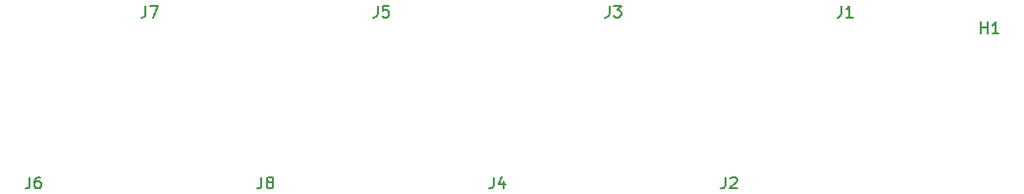
<source format=gbr>
G04 #@! TF.GenerationSoftware,KiCad,Pcbnew,(5.1.5-0)*
G04 #@! TF.CreationDate,2021-01-21T22:08:09-07:00*
G04 #@! TF.ProjectId,front_panel,66726f6e-745f-4706-916e-656c2e6b6963,rev?*
G04 #@! TF.SameCoordinates,Original*
G04 #@! TF.FileFunction,Legend,Top*
G04 #@! TF.FilePolarity,Positive*
%FSLAX46Y46*%
G04 Gerber Fmt 4.6, Leading zero omitted, Abs format (unit mm)*
G04 Created by KiCad (PCBNEW (5.1.5-0)) date 2021-01-21 22:08:09*
%MOMM*%
%LPD*%
G04 APERTURE LIST*
%ADD10C,0.150000*%
G04 APERTURE END LIST*
D10*
X132231666Y-118667380D02*
X132231666Y-119381666D01*
X132184047Y-119524523D01*
X132088809Y-119619761D01*
X131945952Y-119667380D01*
X131850714Y-119667380D01*
X132850714Y-119095952D02*
X132755476Y-119048333D01*
X132707857Y-119000714D01*
X132660238Y-118905476D01*
X132660238Y-118857857D01*
X132707857Y-118762619D01*
X132755476Y-118715000D01*
X132850714Y-118667380D01*
X133041190Y-118667380D01*
X133136428Y-118715000D01*
X133184047Y-118762619D01*
X133231666Y-118857857D01*
X133231666Y-118905476D01*
X133184047Y-119000714D01*
X133136428Y-119048333D01*
X133041190Y-119095952D01*
X132850714Y-119095952D01*
X132755476Y-119143571D01*
X132707857Y-119191190D01*
X132660238Y-119286428D01*
X132660238Y-119476904D01*
X132707857Y-119572142D01*
X132755476Y-119619761D01*
X132850714Y-119667380D01*
X133041190Y-119667380D01*
X133136428Y-119619761D01*
X133184047Y-119572142D01*
X133231666Y-119476904D01*
X133231666Y-119286428D01*
X133184047Y-119191190D01*
X133136428Y-119143571D01*
X133041190Y-119095952D01*
X122231666Y-103867380D02*
X122231666Y-104581666D01*
X122184047Y-104724523D01*
X122088809Y-104819761D01*
X121945952Y-104867380D01*
X121850714Y-104867380D01*
X122612619Y-103867380D02*
X123279285Y-103867380D01*
X122850714Y-104867380D01*
X112231666Y-118667380D02*
X112231666Y-119381666D01*
X112184047Y-119524523D01*
X112088809Y-119619761D01*
X111945952Y-119667380D01*
X111850714Y-119667380D01*
X113136428Y-118667380D02*
X112945952Y-118667380D01*
X112850714Y-118715000D01*
X112803095Y-118762619D01*
X112707857Y-118905476D01*
X112660238Y-119095952D01*
X112660238Y-119476904D01*
X112707857Y-119572142D01*
X112755476Y-119619761D01*
X112850714Y-119667380D01*
X113041190Y-119667380D01*
X113136428Y-119619761D01*
X113184047Y-119572142D01*
X113231666Y-119476904D01*
X113231666Y-119238809D01*
X113184047Y-119143571D01*
X113136428Y-119095952D01*
X113041190Y-119048333D01*
X112850714Y-119048333D01*
X112755476Y-119095952D01*
X112707857Y-119143571D01*
X112660238Y-119238809D01*
X142231666Y-103867380D02*
X142231666Y-104581666D01*
X142184047Y-104724523D01*
X142088809Y-104819761D01*
X141945952Y-104867380D01*
X141850714Y-104867380D01*
X143184047Y-103867380D02*
X142707857Y-103867380D01*
X142660238Y-104343571D01*
X142707857Y-104295952D01*
X142803095Y-104248333D01*
X143041190Y-104248333D01*
X143136428Y-104295952D01*
X143184047Y-104343571D01*
X143231666Y-104438809D01*
X143231666Y-104676904D01*
X143184047Y-104772142D01*
X143136428Y-104819761D01*
X143041190Y-104867380D01*
X142803095Y-104867380D01*
X142707857Y-104819761D01*
X142660238Y-104772142D01*
X172231666Y-118667380D02*
X172231666Y-119381666D01*
X172184047Y-119524523D01*
X172088809Y-119619761D01*
X171945952Y-119667380D01*
X171850714Y-119667380D01*
X172660238Y-118762619D02*
X172707857Y-118715000D01*
X172803095Y-118667380D01*
X173041190Y-118667380D01*
X173136428Y-118715000D01*
X173184047Y-118762619D01*
X173231666Y-118857857D01*
X173231666Y-118953095D01*
X173184047Y-119095952D01*
X172612619Y-119667380D01*
X173231666Y-119667380D01*
X152231666Y-118667380D02*
X152231666Y-119381666D01*
X152184047Y-119524523D01*
X152088809Y-119619761D01*
X151945952Y-119667380D01*
X151850714Y-119667380D01*
X153136428Y-119000714D02*
X153136428Y-119667380D01*
X152898333Y-118619761D02*
X152660238Y-119334047D01*
X153279285Y-119334047D01*
X162231666Y-103867380D02*
X162231666Y-104581666D01*
X162184047Y-104724523D01*
X162088809Y-104819761D01*
X161945952Y-104867380D01*
X161850714Y-104867380D01*
X162612619Y-103867380D02*
X163231666Y-103867380D01*
X162898333Y-104248333D01*
X163041190Y-104248333D01*
X163136428Y-104295952D01*
X163184047Y-104343571D01*
X163231666Y-104438809D01*
X163231666Y-104676904D01*
X163184047Y-104772142D01*
X163136428Y-104819761D01*
X163041190Y-104867380D01*
X162755476Y-104867380D01*
X162660238Y-104819761D01*
X162612619Y-104772142D01*
X182231666Y-103867380D02*
X182231666Y-104581666D01*
X182184047Y-104724523D01*
X182088809Y-104819761D01*
X181945952Y-104867380D01*
X181850714Y-104867380D01*
X183231666Y-104867380D02*
X182660238Y-104867380D01*
X182945952Y-104867380D02*
X182945952Y-103867380D01*
X182850714Y-104010238D01*
X182755476Y-104105476D01*
X182660238Y-104153095D01*
X194238095Y-106252380D02*
X194238095Y-105252380D01*
X194238095Y-105728571D02*
X194809523Y-105728571D01*
X194809523Y-106252380D02*
X194809523Y-105252380D01*
X195809523Y-106252380D02*
X195238095Y-106252380D01*
X195523809Y-106252380D02*
X195523809Y-105252380D01*
X195428571Y-105395238D01*
X195333333Y-105490476D01*
X195238095Y-105538095D01*
M02*

</source>
